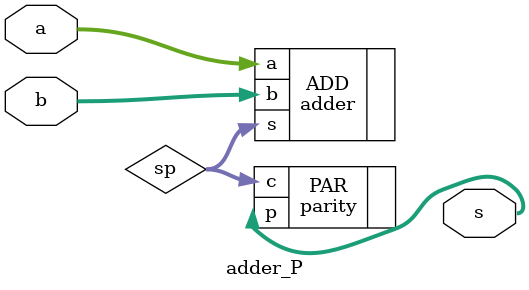
<source format=v>
module adder_P(a,b,s);

parameter NBIT = 14;

input [NBIT-1:0] a,b;
output [NBIT-1:0] s;
wire [NBIT-1:0] sp;

adder ADD(
    .a(a),
    .b(b),
    .s(sp)
);

parity PAR(
    .c(sp),
    .p(s)
);

endmodule

</source>
